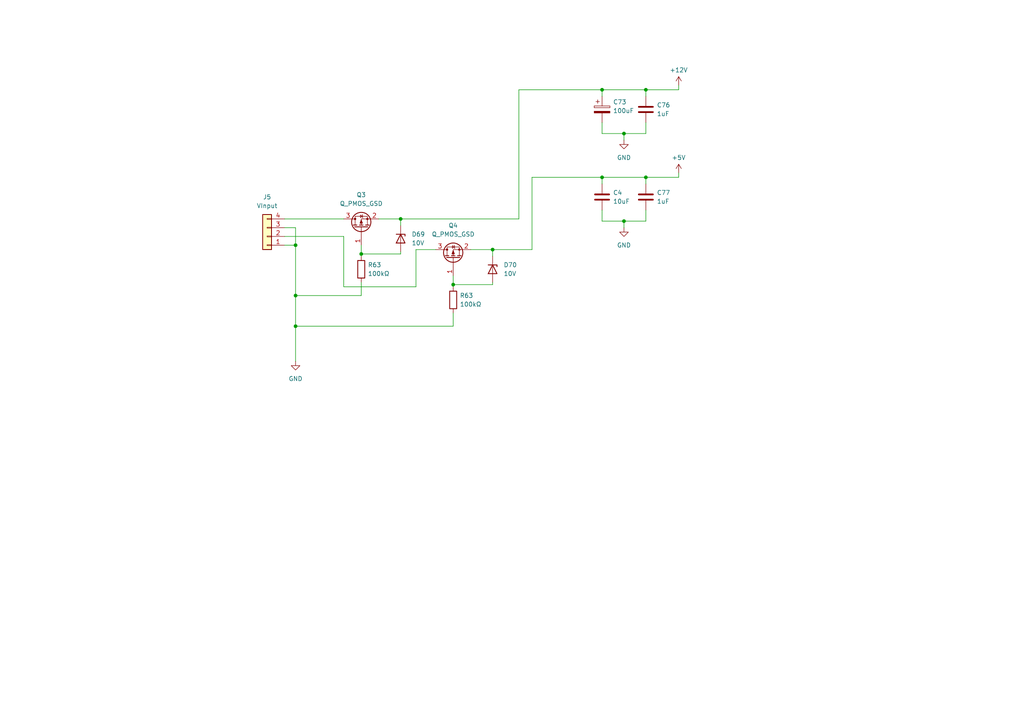
<source format=kicad_sch>
(kicad_sch (version 20230121) (generator eeschema)
  (paper "A4")
  (lib_symbols
    (symbol "Connector_Generic:Conn_01x04" (pin_names (offset 1.016) hide)
      (property "Reference" "J" (at 0 5.08 0))
      (property "Value" "Conn_01x04" (at 0 -7.62 0))
      (symbol "Conn_01x04_1_1"
        (rectangle (start -1.27 -4.953) (end 0 -5.207) (stroke (width 0.1524)))
        (rectangle (start -1.27 -2.413) (end 0 -2.667) (stroke (width 0.1524)))
        (rectangle (start -1.27 0.127) (end 0 -0.127) (stroke (width 0.1524)))
        (rectangle (start -1.27 2.667) (end 0 2.413) (stroke (width 0.1524)))
        (rectangle (start -1.27 3.81) (end 1.27 -6.35) (stroke (width 0.254)) (fill (type background)))
        (pin passive line (at -5.08 2.54 0) (length 3.81) (name "Pin_1") (number "1"))
        (pin passive line (at -5.08 0 0) (length 3.81) (name "Pin_2") (number "2"))
        (pin passive line (at -5.08 -2.54 0) (length 3.81) (name "Pin_3") (number "3"))
        (pin passive line (at -5.08 -5.08 0) (length 3.81) (name "Pin_4") (number "4"))
      )
    )
    (symbol "Device:C" (pin_numbers hide) (pin_names (offset 0.254))
      (property "Reference" "C" (at 0.635 2.54 0))
      (property "Value" "C" (at 0.635 -2.54 0))
      (symbol "C_0_1"
        (polyline (pts (xy -2.032 -0.762) (xy 2.032 -0.762)) (stroke (width 0.508)))
        (polyline (pts (xy -2.032 0.762) (xy 2.032 0.762)) (stroke (width 0.508)))
      )
      (symbol "C_1_1"
        (pin passive line (at 0 3.81 270) (length 2.794) (name "~") (number "1"))
        (pin passive line (at 0 -3.81 90) (length 2.794) (name "~") (number "2"))
      )
    )
    (symbol "Device:C_Polarized" (pin_numbers hide) (pin_names (offset 0.254))
      (property "Reference" "C" (at 0.635 2.54 0))
      (property "Value" "C_Polarized" (at 0.635 -2.54 0))
      (symbol "C_Polarized_0_1"
        (rectangle (start -2.286 0.508) (end 2.286 1.016))
        (polyline (pts (xy -1.778 2.286) (xy -0.762 2.286)))
        (polyline (pts (xy -1.27 2.794) (xy -1.27 1.778)))
        (rectangle (start 2.286 -0.508) (end -2.286 -1.016) (fill (type outline)))
      )
      (symbol "C_Polarized_1_1"
        (pin passive line (at 0 3.81 270) (length 2.794) (name "~") (number "1"))
        (pin passive line (at 0 -3.81 90) (length 2.794) (name "~") (number "2"))
      )
    )
    (symbol "Device:D_Zener" (pin_numbers hide) (pin_names (offset 1.016) hide)
      (property "Reference" "D" (at 0 2.54 0))
      (property "Value" "D_Zener" (at 0 -2.54 0))
      (symbol "D_Zener_0_1"
        (polyline (pts (xy 1.27 0) (xy -1.27 0)))
        (polyline (pts (xy -1.27 -1.27) (xy -1.27 1.27) (xy -0.762 1.27)) (stroke (width 0.254)))
        (polyline (pts (xy 1.27 -1.27) (xy 1.27 1.27) (xy -1.27 0) (xy 1.27 -1.27)) (stroke (width 0.254)))
      )
      (symbol "D_Zener_1_1"
        (pin passive line (at -3.81 0 0) (length 2.54) (name "K") (number "1"))
        (pin passive line (at 3.81 0 180) (length 2.54) (name "A") (number "2"))
      )
    )
    (symbol "Device:Q_PMOS_GSD" (pin_names (offset 0) hide)
      (property "Reference" "Q" (at 5.08 1.27 0))
      (property "Value" "Q_PMOS_GSD" (at 5.08 -1.27 0))
      (symbol "Q_PMOS_GSD_0_1"
        (polyline (pts (xy 0.254 0) (xy -2.54 0)))
        (polyline (pts (xy 0.254 1.905) (xy 0.254 -1.905)) (stroke (width 0.254)))
        (polyline (pts (xy 0.762 -1.27) (xy 0.762 -2.286)) (stroke (width 0.254)))
        (polyline (pts (xy 0.762 0.508) (xy 0.762 -0.508)) (stroke (width 0.254)))
        (polyline (pts (xy 0.762 2.286) (xy 0.762 1.27)) (stroke (width 0.254)))
        (polyline (pts (xy 2.54 2.54) (xy 2.54 1.778)))
        (polyline (pts (xy 2.54 -2.54) (xy 2.54 0) (xy 0.762 0)))
        (polyline (pts (xy 0.762 1.778) (xy 3.302 1.778) (xy 3.302 -1.778) (xy 0.762 -1.778)))
        (polyline (pts (xy 2.286 0) (xy 1.27 0.381) (xy 1.27 -0.381) (xy 2.286 0)) (fill (type outline)))
        (polyline (pts (xy 2.794 -0.508) (xy 2.921 -0.381) (xy 3.683 -0.381) (xy 3.81 -0.254)))
        (polyline (pts (xy 3.302 -0.381) (xy 2.921 0.254) (xy 3.683 0.254) (xy 3.302 -0.381)))
        (circle (center 1.651 0) (radius 2.794) (stroke (width 0.254)))
        (circle (center 2.54 -1.778) (radius 0.254) (fill (type outline)))
        (circle (center 2.54 1.778) (radius 0.254) (fill (type outline)))
      )
      (symbol "Q_PMOS_GSD_1_1"
        (pin input line (at -5.08 0 0) (length 2.54) (name "G") (number "1"))
        (pin passive line (at 2.54 -5.08 90) (length 2.54) (name "S") (number "2"))
        (pin passive line (at 2.54 5.08 270) (length 2.54) (name "D") (number "3"))
      )
    )
    (symbol "Device:R" (pin_numbers hide) (pin_names (offset 0))
      (property "Reference" "R" (at 2.032 0 90))
      (property "Value" "R" (at 0 0 90))
      (symbol "R_0_1"
        (rectangle (start -1.016 -2.54) (end 1.016 2.54) (stroke (width 0.254)))
      )
      (symbol "R_1_1"
        (pin passive line (at 0 3.81 270) (length 1.27) (name "~") (number "1"))
        (pin passive line (at 0 -3.81 90) (length 1.27) (name "~") (number "2"))
      )
    )
    (symbol "power:+12V" (power) (pin_names (offset 0))
      (property "Value" "+12V" (at 0 3.556 0))
      (symbol "+12V_0_1"
        (polyline (pts (xy -0.762 1.27) (xy 0 2.54)))
        (polyline (pts (xy 0 0) (xy 0 2.54)))
        (polyline (pts (xy 0 2.54) (xy 0.762 1.27)))
      )
      (symbol "+12V_1_1"
        (pin power_in line (at 0 0 90) (length 0) hide (name "+12V") (number "1"))
      )
    )
    (symbol "power:+5V" (power) (pin_names (offset 0))
      (property "Value" "+5V" (at 0 3.556 0))
      (symbol "+5V_0_1"
        (polyline (pts (xy -0.762 1.27) (xy 0 2.54)))
        (polyline (pts (xy 0 0) (xy 0 2.54)))
        (polyline (pts (xy 0 2.54) (xy 0.762 1.27)))
      )
      (symbol "+5V_1_1"
        (pin power_in line (at 0 0 90) (length 0) hide (name "+5V") (number "1"))
      )
    )
    (symbol "power:GND" (power) (pin_names (offset 0))
      (property "Value" "GND" (at 0 -3.81 0))
      (symbol "GND_0_1"
        (polyline (pts (xy 0 0) (xy 0 -1.27) (xy 1.27 -1.27) (xy 0 -2.54) (xy -1.27 -1.27) (xy 0 -1.27)))
      )
      (symbol "GND_1_1"
        (pin power_in line (at 0 0 270) (length 0) hide (name "GND") (number "1"))
      )
    )
  )
  (junction (at 85.725 71.12))
  (junction (at 131.445 82.55))
  (junction (at 180.975 64.135))
  (junction (at 85.725 85.725))
  (junction (at 174.625 51.435))
  (junction (at 116.205 63.5))
  (junction (at 142.875 72.39))
  (junction (at 104.775 73.66))
  (junction (at 85.725 94.615))
  (junction (at 180.975 38.735))
  (junction (at 187.325 26.035))
  (junction (at 174.625 26.035))
  (junction (at 187.325 51.435))
  (wire (pts (xy 82.55 66.04) (xy 85.725 66.04)))
  (wire (pts (xy 180.975 38.735) (xy 187.325 38.735)))
  (wire (pts (xy 85.725 94.615) (xy 131.445 94.615)))
  (wire (pts (xy 174.625 60.96) (xy 174.625 64.135)))
  (wire (pts (xy 174.625 38.735) (xy 180.975 38.735)))
  (wire (pts (xy 196.85 24.765) (xy 196.85 26.035)))
  (wire (pts (xy 104.775 73.66) (xy 116.205 73.66)))
  (wire (pts (xy 131.445 90.805) (xy 131.445 94.615)))
  (wire (pts (xy 131.445 82.55) (xy 142.875 82.55)))
  (wire (pts (xy 150.495 26.035) (xy 174.625 26.035)))
  (wire (pts (xy 150.495 63.5) (xy 150.495 26.035)))
  (wire (pts (xy 131.445 80.01) (xy 131.445 82.55)))
  (wire (pts (xy 187.325 51.435) (xy 174.625 51.435)))
  (wire (pts (xy 82.55 71.12) (xy 85.725 71.12)))
  (wire (pts (xy 99.695 83.185) (xy 120.65 83.185)))
  (wire (pts (xy 136.525 72.39) (xy 142.875 72.39)))
  (wire (pts (xy 154.305 51.435) (xy 174.625 51.435)))
  (wire (pts (xy 116.205 73.025) (xy 116.205 73.66)))
  (wire (pts (xy 180.975 64.135) (xy 187.325 64.135)))
  (wire (pts (xy 196.85 51.435) (xy 187.325 51.435)))
  (wire (pts (xy 187.325 38.735) (xy 187.325 35.56)))
  (wire (pts (xy 142.875 72.39) (xy 154.305 72.39)))
  (wire (pts (xy 99.695 68.58) (xy 99.695 83.185)))
  (wire (pts (xy 174.625 51.435) (xy 174.625 53.34)))
  (wire (pts (xy 180.975 64.135) (xy 180.975 66.04)))
  (wire (pts (xy 174.625 35.56) (xy 174.625 38.735)))
  (wire (pts (xy 187.325 51.435) (xy 187.325 53.34)))
  (wire (pts (xy 104.775 85.725) (xy 85.725 85.725)))
  (wire (pts (xy 187.325 26.035) (xy 174.625 26.035)))
  (wire (pts (xy 104.775 73.66) (xy 104.775 74.295)))
  (wire (pts (xy 196.85 50.165) (xy 196.85 51.435)))
  (wire (pts (xy 174.625 26.035) (xy 174.625 27.94)))
  (wire (pts (xy 85.725 85.725) (xy 85.725 94.615)))
  (wire (pts (xy 116.205 63.5) (xy 116.205 65.405)))
  (wire (pts (xy 187.325 64.135) (xy 187.325 60.96)))
  (wire (pts (xy 196.85 26.035) (xy 187.325 26.035)))
  (wire (pts (xy 142.875 72.39) (xy 142.875 74.295)))
  (wire (pts (xy 174.625 64.135) (xy 180.975 64.135)))
  (wire (pts (xy 104.775 81.915) (xy 104.775 85.725)))
  (wire (pts (xy 82.55 63.5) (xy 99.695 63.5)))
  (wire (pts (xy 85.725 94.615) (xy 85.725 104.775)))
  (wire (pts (xy 109.855 63.5) (xy 116.205 63.5)))
  (wire (pts (xy 104.775 71.12) (xy 104.775 73.66)))
  (wire (pts (xy 187.325 26.035) (xy 187.325 27.94)))
  (wire (pts (xy 82.55 68.58) (xy 99.695 68.58)))
  (wire (pts (xy 142.875 81.915) (xy 142.875 82.55)))
  (wire (pts (xy 85.725 71.12) (xy 85.725 85.725)))
  (wire (pts (xy 154.305 72.39) (xy 154.305 51.435)))
  (wire (pts (xy 85.725 66.04) (xy 85.725 71.12)))
  (wire (pts (xy 131.445 82.55) (xy 131.445 83.185)))
  (wire (pts (xy 120.65 83.185) (xy 120.65 72.39)))
  (wire (pts (xy 116.205 63.5) (xy 150.495 63.5)))
  (wire (pts (xy 180.975 38.735) (xy 180.975 40.64)))
  (wire (pts (xy 120.65 72.39) (xy 126.365 72.39)))
  (symbol (lib_id "Device:C") (at 187.325 57.15 0) (unit 1)
    (property "Reference" "C4" (at 190.5 55.88 0) (effects (justify left)))
    (property "Value" "1uF" (at 190.5 58.42 0) (effects (justify left)))
    (property "Footprint" "Capacitor_SMD:C_0805_2012Metric" (effects hide))
    (instances (project "PulseCounterI2C" (path "" (reference "C77") (unit 1))))
  )
  (symbol (lib_id "Connector_Generic:Conn_01x04") (at 77.47 68.58 180) (unit 1)
    (property "Reference" "J5" (at 77.47 57.15 0))
    (property "Value" "VInput" (at 77.47 59.69 0))
    (property "Footprint" "Connector_PinHeader_2.54mm:PinHeader_1x04_P2.54mm_Vertical" (effects hide))
  )
  (symbol (lib_id "Device:C") (at 174.625 57.15 0) (unit 1)
    (property "Reference" "C4" (at 177.8 55.88 0) (effects (justify left)))
    (property "Value" "10uF" (at 177.8 58.42 0) (effects (justify left)))
    (property "Footprint" "Capacitor_SMD:C_0805_2012Metric" (effects hide))
  )
  (symbol (lib_id "power:GND") (at 180.975 66.04 0) (unit 1)
    (property "Reference" "#PWR021" (effects hide))
    (property "Value" "GND" (at 180.975 71.12 0))
    (instances (project "PulseCounterI2C" (path "" (reference "#PWR0285") (unit 1))))
  )
  (symbol (lib_id "Device:C") (at 187.325 31.75 0) (unit 1)
    (property "Reference" "C2" (at 190.5 30.48 0) (effects (justify left)))
    (property "Value" "1uF" (at 190.5 33.02 0) (effects (justify left)))
    (property "Footprint" "Capacitor_SMD:C_0805_2012Metric" (effects hide))
    (instances (project "PulseCounterI2C" (path "" (reference "C76") (unit 1))))
  )
  (symbol (lib_id "power:+5V") (at 196.85 50.165 0) (unit 1)
    (property "Reference" "#PWR022" (effects hide))
    (property "Value" "+5V" (at 196.85 45.72 0))
    (instances (project "PulseCounterI2C" (path "" (reference "#PWR0288") (unit 1))))
  )
  (symbol (lib_id "Device:R") (at 104.775 78.105 180) (unit 1)
    (property "Reference" "R1" (at 106.68 76.835 0) (effects (justify right)))
    (property "Value" "100kΩ" (at 106.68 79.375 0) (effects (justify right)))
    (property "Footprint" "Resistor_SMD:R_0805_2012Metric" (effects hide))
    (instances (project "PulseCounterI2C" (path "" (reference "R63") (unit 1)) (path "" (reference "R77") (unit 1))))
  )
  (symbol (lib_id "Device:R") (at 131.445 86.995 180) (unit 1)
    (property "Reference" "R1" (at 133.35 85.725 0) (effects (justify right)))
    (property "Value" "100kΩ" (at 133.35 88.265 0) (effects (justify right)))
    (property "Footprint" "Resistor_SMD:R_0805_2012Metric" (effects hide))
    (instances (project "PulseCounterI2C" (path "" (reference "R63") (unit 1)) (path "" (reference "R78") (unit 1))))
  )
  (symbol (lib_id "Device:Q_PMOS_GSD") (at 131.445 74.93 90) (unit 1)
    (property "Reference" "Q4" (at 131.445 65.405 90))
    (property "Value" "Q_PMOS_GSD" (at 131.445 67.945 90))
    (property "Footprint" "Package_TO_SOT_SMD:SOT-23" (effects hide))
  )
  (symbol (lib_id "Device:D_Zener") (at 142.875 78.105 270) (unit 1)
    (property "Reference" "D70" (at 146.05 76.835 90) (effects (justify left)))
    (property "Value" "10V" (at 146.05 79.375 90) (effects (justify left)))
    (property "Footprint" "Diode_SMD:D_SOD-123" (effects hide))
  )
  (symbol (lib_id "Device:C_Polarized") (at 174.625 31.75 0) (unit 1)
    (property "Reference" "C1" (at 177.8 29.591 0) (effects (justify left)))
    (property "Value" "100uF" (at 177.8 32.131 0) (effects (justify left)))
    (property "Footprint" "Capacitor_SMD:CP_Elec_8x11.9" (effects hide))
    (instances (project "PulseCounterI2C" (path "" (reference "C73") (unit 1))))
  )
  (symbol (lib_id "power:+12V") (at 196.85 24.765 0) (unit 1)
    (property "Reference" "#PWR019" (effects hide))
    (property "Value" "+12V" (at 196.85 20.32 0))
    (instances (project "PulseCounterI2C" (path "" (reference "#PWR0287") (unit 1))))
  )
  (symbol (lib_id "power:GND") (at 180.975 40.64 0) (unit 1)
    (property "Reference" "#PWR020" (effects hide))
    (property "Value" "GND" (at 180.975 45.72 0))
    (instances (project "PulseCounterI2C" (path "" (reference "#PWR0284") (unit 1))))
  )
  (symbol (lib_id "power:GND") (at 85.725 104.775 0) (unit 1)
    (property "Reference" "#PWR020" (effects hide))
    (property "Value" "GND" (at 85.725 109.855 0))
    (instances (project "PulseCounterI2C" (path "" (reference "#PWR0281") (unit 1))))
  )
  (symbol (lib_id "Device:Q_PMOS_GSD") (at 104.775 66.04 90) (unit 1)
    (property "Reference" "Q3" (at 104.775 56.515 90))
    (property "Value" "Q_PMOS_GSD" (at 104.775 59.055 90))
    (property "Footprint" "Package_TO_SOT_SMD:SOT-23" (effects hide))
  )
  (symbol (lib_id "Device:D_Zener") (at 116.205 69.215 270) (unit 1)
    (property "Reference" "D69" (at 119.38 67.945 90) (effects (justify left)))
    (property "Value" "10V" (at 119.38 70.485 90) (effects (justify left)))
    (property "Footprint" "Diode_SMD:D_SOD-123" (effects hide))
  )
)
</source>
